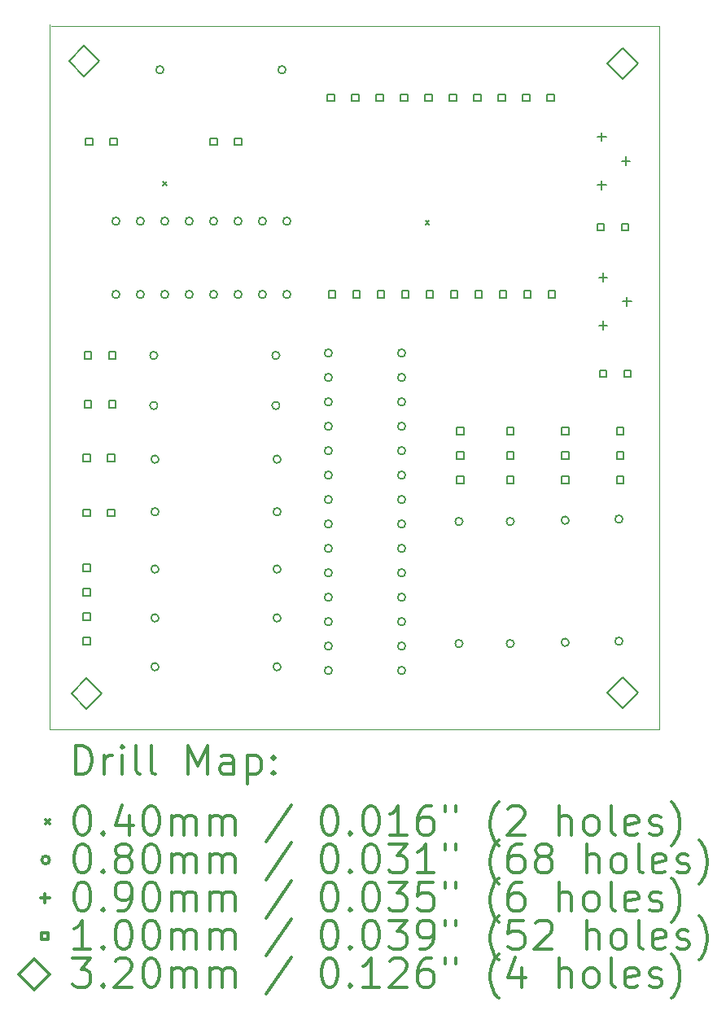
<source format=gbr>
%FSLAX45Y45*%
G04 Gerber Fmt 4.5, Leading zero omitted, Abs format (unit mm)*
G04 Created by KiCad (PCBNEW 4.0.6) date Fri Jul 14 14:02:17 2017*
%MOMM*%
%LPD*%
G01*
G04 APERTURE LIST*
%ADD10C,0.127000*%
%ADD11C,0.100000*%
%ADD12C,0.200000*%
%ADD13C,0.300000*%
G04 APERTURE END LIST*
D10*
D11*
X1270000Y-8572500D02*
X1270000Y-1244600D01*
X7607300Y-8572500D02*
X1270000Y-8572500D01*
X7607300Y-1257300D02*
X7607300Y-8572500D01*
X1282700Y-1257300D02*
X7607300Y-1257300D01*
D12*
X2443800Y-2875600D02*
X2483800Y-2915600D01*
X2483800Y-2875600D02*
X2443800Y-2915600D01*
X5174300Y-3282000D02*
X5214300Y-3322000D01*
X5214300Y-3282000D02*
X5174300Y-3322000D01*
X1995800Y-3289300D02*
G75*
G03X1995800Y-3289300I-40000J0D01*
G01*
X1995800Y-4051300D02*
G75*
G03X1995800Y-4051300I-40000J0D01*
G01*
X2249800Y-3289300D02*
G75*
G03X2249800Y-3289300I-40000J0D01*
G01*
X2249800Y-4051300D02*
G75*
G03X2249800Y-4051300I-40000J0D01*
G01*
X2389500Y-4686300D02*
G75*
G03X2389500Y-4686300I-40000J0D01*
G01*
X2389500Y-5207000D02*
G75*
G03X2389500Y-5207000I-40000J0D01*
G01*
X2402200Y-5765800D02*
G75*
G03X2402200Y-5765800I-40000J0D01*
G01*
X2402200Y-6311900D02*
G75*
G03X2402200Y-6311900I-40000J0D01*
G01*
X2402200Y-6908800D02*
G75*
G03X2402200Y-6908800I-40000J0D01*
G01*
X2402200Y-7416800D02*
G75*
G03X2402200Y-7416800I-40000J0D01*
G01*
X2402200Y-7924800D02*
G75*
G03X2402200Y-7924800I-40000J0D01*
G01*
X2453000Y-1714500D02*
G75*
G03X2453000Y-1714500I-40000J0D01*
G01*
X2503800Y-3289300D02*
G75*
G03X2503800Y-3289300I-40000J0D01*
G01*
X2503800Y-4051300D02*
G75*
G03X2503800Y-4051300I-40000J0D01*
G01*
X2757800Y-3289300D02*
G75*
G03X2757800Y-3289300I-40000J0D01*
G01*
X2757800Y-4051300D02*
G75*
G03X2757800Y-4051300I-40000J0D01*
G01*
X3011800Y-3289300D02*
G75*
G03X3011800Y-3289300I-40000J0D01*
G01*
X3011800Y-4051300D02*
G75*
G03X3011800Y-4051300I-40000J0D01*
G01*
X3265800Y-3289300D02*
G75*
G03X3265800Y-3289300I-40000J0D01*
G01*
X3265800Y-4051300D02*
G75*
G03X3265800Y-4051300I-40000J0D01*
G01*
X3519800Y-3289300D02*
G75*
G03X3519800Y-3289300I-40000J0D01*
G01*
X3519800Y-4051300D02*
G75*
G03X3519800Y-4051300I-40000J0D01*
G01*
X3659500Y-4686300D02*
G75*
G03X3659500Y-4686300I-40000J0D01*
G01*
X3659500Y-5207000D02*
G75*
G03X3659500Y-5207000I-40000J0D01*
G01*
X3672200Y-5765800D02*
G75*
G03X3672200Y-5765800I-40000J0D01*
G01*
X3672200Y-6311900D02*
G75*
G03X3672200Y-6311900I-40000J0D01*
G01*
X3672200Y-6908800D02*
G75*
G03X3672200Y-6908800I-40000J0D01*
G01*
X3672200Y-7416800D02*
G75*
G03X3672200Y-7416800I-40000J0D01*
G01*
X3672200Y-7924800D02*
G75*
G03X3672200Y-7924800I-40000J0D01*
G01*
X3723000Y-1714500D02*
G75*
G03X3723000Y-1714500I-40000J0D01*
G01*
X3773800Y-3289300D02*
G75*
G03X3773800Y-3289300I-40000J0D01*
G01*
X3773800Y-4051300D02*
G75*
G03X3773800Y-4051300I-40000J0D01*
G01*
X4205600Y-4660900D02*
G75*
G03X4205600Y-4660900I-40000J0D01*
G01*
X4205600Y-4914900D02*
G75*
G03X4205600Y-4914900I-40000J0D01*
G01*
X4205600Y-5168900D02*
G75*
G03X4205600Y-5168900I-40000J0D01*
G01*
X4205600Y-5422900D02*
G75*
G03X4205600Y-5422900I-40000J0D01*
G01*
X4205600Y-5676900D02*
G75*
G03X4205600Y-5676900I-40000J0D01*
G01*
X4205600Y-5930900D02*
G75*
G03X4205600Y-5930900I-40000J0D01*
G01*
X4205600Y-6184900D02*
G75*
G03X4205600Y-6184900I-40000J0D01*
G01*
X4205600Y-6438900D02*
G75*
G03X4205600Y-6438900I-40000J0D01*
G01*
X4205600Y-6692900D02*
G75*
G03X4205600Y-6692900I-40000J0D01*
G01*
X4205600Y-6946900D02*
G75*
G03X4205600Y-6946900I-40000J0D01*
G01*
X4205600Y-7200900D02*
G75*
G03X4205600Y-7200900I-40000J0D01*
G01*
X4205600Y-7454900D02*
G75*
G03X4205600Y-7454900I-40000J0D01*
G01*
X4205600Y-7708900D02*
G75*
G03X4205600Y-7708900I-40000J0D01*
G01*
X4205600Y-7962900D02*
G75*
G03X4205600Y-7962900I-40000J0D01*
G01*
X4967600Y-4660900D02*
G75*
G03X4967600Y-4660900I-40000J0D01*
G01*
X4967600Y-4914900D02*
G75*
G03X4967600Y-4914900I-40000J0D01*
G01*
X4967600Y-5168900D02*
G75*
G03X4967600Y-5168900I-40000J0D01*
G01*
X4967600Y-5422900D02*
G75*
G03X4967600Y-5422900I-40000J0D01*
G01*
X4967600Y-5676900D02*
G75*
G03X4967600Y-5676900I-40000J0D01*
G01*
X4967600Y-5930900D02*
G75*
G03X4967600Y-5930900I-40000J0D01*
G01*
X4967600Y-6184900D02*
G75*
G03X4967600Y-6184900I-40000J0D01*
G01*
X4967600Y-6438900D02*
G75*
G03X4967600Y-6438900I-40000J0D01*
G01*
X4967600Y-6692900D02*
G75*
G03X4967600Y-6692900I-40000J0D01*
G01*
X4967600Y-6946900D02*
G75*
G03X4967600Y-6946900I-40000J0D01*
G01*
X4967600Y-7200900D02*
G75*
G03X4967600Y-7200900I-40000J0D01*
G01*
X4967600Y-7454900D02*
G75*
G03X4967600Y-7454900I-40000J0D01*
G01*
X4967600Y-7708900D02*
G75*
G03X4967600Y-7708900I-40000J0D01*
G01*
X4967600Y-7962900D02*
G75*
G03X4967600Y-7962900I-40000J0D01*
G01*
X5564500Y-6413500D02*
G75*
G03X5564500Y-6413500I-40000J0D01*
G01*
X5564500Y-7683500D02*
G75*
G03X5564500Y-7683500I-40000J0D01*
G01*
X6097900Y-6413500D02*
G75*
G03X6097900Y-6413500I-40000J0D01*
G01*
X6097900Y-7683500D02*
G75*
G03X6097900Y-7683500I-40000J0D01*
G01*
X6669400Y-6400800D02*
G75*
G03X6669400Y-6400800I-40000J0D01*
G01*
X6669400Y-7670800D02*
G75*
G03X6669400Y-7670800I-40000J0D01*
G01*
X7228200Y-6388100D02*
G75*
G03X7228200Y-6388100I-40000J0D01*
G01*
X7228200Y-7658100D02*
G75*
G03X7228200Y-7658100I-40000J0D01*
G01*
X7010400Y-2368000D02*
X7010400Y-2458000D01*
X6965400Y-2413000D02*
X7055400Y-2413000D01*
X7010400Y-2868000D02*
X7010400Y-2958000D01*
X6965400Y-2913000D02*
X7055400Y-2913000D01*
X7023100Y-3828500D02*
X7023100Y-3918500D01*
X6978100Y-3873500D02*
X7068100Y-3873500D01*
X7023100Y-4328500D02*
X7023100Y-4418500D01*
X6978100Y-4373500D02*
X7068100Y-4373500D01*
X7260400Y-2618000D02*
X7260400Y-2708000D01*
X7215400Y-2663000D02*
X7305400Y-2663000D01*
X7273100Y-4078500D02*
X7273100Y-4168500D01*
X7228100Y-4123500D02*
X7318100Y-4123500D01*
X1686356Y-5788456D02*
X1686356Y-5717744D01*
X1615644Y-5717744D01*
X1615644Y-5788456D01*
X1686356Y-5788456D01*
X1686356Y-6359956D02*
X1686356Y-6289244D01*
X1615644Y-6289244D01*
X1615644Y-6359956D01*
X1686356Y-6359956D01*
X1686356Y-6931456D02*
X1686356Y-6860744D01*
X1615644Y-6860744D01*
X1615644Y-6931456D01*
X1686356Y-6931456D01*
X1686356Y-7185456D02*
X1686356Y-7114744D01*
X1615644Y-7114744D01*
X1615644Y-7185456D01*
X1686356Y-7185456D01*
X1686356Y-7439456D02*
X1686356Y-7368744D01*
X1615644Y-7368744D01*
X1615644Y-7439456D01*
X1686356Y-7439456D01*
X1686356Y-7693456D02*
X1686356Y-7622744D01*
X1615644Y-7622744D01*
X1615644Y-7693456D01*
X1686356Y-7693456D01*
X1699056Y-4721656D02*
X1699056Y-4650944D01*
X1628344Y-4650944D01*
X1628344Y-4721656D01*
X1699056Y-4721656D01*
X1699056Y-5229656D02*
X1699056Y-5158944D01*
X1628344Y-5158944D01*
X1628344Y-5229656D01*
X1699056Y-5229656D01*
X1711756Y-2499156D02*
X1711756Y-2428444D01*
X1641044Y-2428444D01*
X1641044Y-2499156D01*
X1711756Y-2499156D01*
X1940356Y-5788456D02*
X1940356Y-5717744D01*
X1869644Y-5717744D01*
X1869644Y-5788456D01*
X1940356Y-5788456D01*
X1940356Y-6359956D02*
X1940356Y-6289244D01*
X1869644Y-6289244D01*
X1869644Y-6359956D01*
X1940356Y-6359956D01*
X1953056Y-4721656D02*
X1953056Y-4650944D01*
X1882344Y-4650944D01*
X1882344Y-4721656D01*
X1953056Y-4721656D01*
X1953056Y-5229656D02*
X1953056Y-5158944D01*
X1882344Y-5158944D01*
X1882344Y-5229656D01*
X1953056Y-5229656D01*
X1965756Y-2499156D02*
X1965756Y-2428444D01*
X1895044Y-2428444D01*
X1895044Y-2499156D01*
X1965756Y-2499156D01*
X3007156Y-2499156D02*
X3007156Y-2428444D01*
X2936444Y-2428444D01*
X2936444Y-2499156D01*
X3007156Y-2499156D01*
X3261156Y-2499156D02*
X3261156Y-2428444D01*
X3190444Y-2428444D01*
X3190444Y-2499156D01*
X3261156Y-2499156D01*
X4226356Y-2041956D02*
X4226356Y-1971244D01*
X4155644Y-1971244D01*
X4155644Y-2041956D01*
X4226356Y-2041956D01*
X4239056Y-4086656D02*
X4239056Y-4015944D01*
X4168344Y-4015944D01*
X4168344Y-4086656D01*
X4239056Y-4086656D01*
X4480356Y-2041956D02*
X4480356Y-1971244D01*
X4409644Y-1971244D01*
X4409644Y-2041956D01*
X4480356Y-2041956D01*
X4493056Y-4086656D02*
X4493056Y-4015944D01*
X4422344Y-4015944D01*
X4422344Y-4086656D01*
X4493056Y-4086656D01*
X4734356Y-2041956D02*
X4734356Y-1971244D01*
X4663644Y-1971244D01*
X4663644Y-2041956D01*
X4734356Y-2041956D01*
X4747056Y-4086656D02*
X4747056Y-4015944D01*
X4676344Y-4015944D01*
X4676344Y-4086656D01*
X4747056Y-4086656D01*
X4988356Y-2041956D02*
X4988356Y-1971244D01*
X4917644Y-1971244D01*
X4917644Y-2041956D01*
X4988356Y-2041956D01*
X5001056Y-4086656D02*
X5001056Y-4015944D01*
X4930344Y-4015944D01*
X4930344Y-4086656D01*
X5001056Y-4086656D01*
X5242356Y-2041956D02*
X5242356Y-1971244D01*
X5171644Y-1971244D01*
X5171644Y-2041956D01*
X5242356Y-2041956D01*
X5255056Y-4086656D02*
X5255056Y-4015944D01*
X5184344Y-4015944D01*
X5184344Y-4086656D01*
X5255056Y-4086656D01*
X5496356Y-2041956D02*
X5496356Y-1971244D01*
X5425644Y-1971244D01*
X5425644Y-2041956D01*
X5496356Y-2041956D01*
X5509056Y-4086656D02*
X5509056Y-4015944D01*
X5438344Y-4015944D01*
X5438344Y-4086656D01*
X5509056Y-4086656D01*
X5572556Y-5509056D02*
X5572556Y-5438344D01*
X5501844Y-5438344D01*
X5501844Y-5509056D01*
X5572556Y-5509056D01*
X5572556Y-5763056D02*
X5572556Y-5692344D01*
X5501844Y-5692344D01*
X5501844Y-5763056D01*
X5572556Y-5763056D01*
X5572556Y-6017056D02*
X5572556Y-5946344D01*
X5501844Y-5946344D01*
X5501844Y-6017056D01*
X5572556Y-6017056D01*
X5750356Y-2041956D02*
X5750356Y-1971244D01*
X5679644Y-1971244D01*
X5679644Y-2041956D01*
X5750356Y-2041956D01*
X5763056Y-4086656D02*
X5763056Y-4015944D01*
X5692344Y-4015944D01*
X5692344Y-4086656D01*
X5763056Y-4086656D01*
X6004356Y-2041956D02*
X6004356Y-1971244D01*
X5933644Y-1971244D01*
X5933644Y-2041956D01*
X6004356Y-2041956D01*
X6017056Y-4086656D02*
X6017056Y-4015944D01*
X5946344Y-4015944D01*
X5946344Y-4086656D01*
X6017056Y-4086656D01*
X6093256Y-5509056D02*
X6093256Y-5438344D01*
X6022544Y-5438344D01*
X6022544Y-5509056D01*
X6093256Y-5509056D01*
X6093256Y-5763056D02*
X6093256Y-5692344D01*
X6022544Y-5692344D01*
X6022544Y-5763056D01*
X6093256Y-5763056D01*
X6093256Y-6017056D02*
X6093256Y-5946344D01*
X6022544Y-5946344D01*
X6022544Y-6017056D01*
X6093256Y-6017056D01*
X6258356Y-2041956D02*
X6258356Y-1971244D01*
X6187644Y-1971244D01*
X6187644Y-2041956D01*
X6258356Y-2041956D01*
X6271056Y-4086656D02*
X6271056Y-4015944D01*
X6200344Y-4015944D01*
X6200344Y-4086656D01*
X6271056Y-4086656D01*
X6512356Y-2041956D02*
X6512356Y-1971244D01*
X6441644Y-1971244D01*
X6441644Y-2041956D01*
X6512356Y-2041956D01*
X6525056Y-4086656D02*
X6525056Y-4015944D01*
X6454344Y-4015944D01*
X6454344Y-4086656D01*
X6525056Y-4086656D01*
X6664756Y-5509056D02*
X6664756Y-5438344D01*
X6594044Y-5438344D01*
X6594044Y-5509056D01*
X6664756Y-5509056D01*
X6664756Y-5763056D02*
X6664756Y-5692344D01*
X6594044Y-5692344D01*
X6594044Y-5763056D01*
X6664756Y-5763056D01*
X6664756Y-6017056D02*
X6664756Y-5946344D01*
X6594044Y-5946344D01*
X6594044Y-6017056D01*
X6664756Y-6017056D01*
X7033056Y-3388156D02*
X7033056Y-3317444D01*
X6962344Y-3317444D01*
X6962344Y-3388156D01*
X7033056Y-3388156D01*
X7058456Y-4912156D02*
X7058456Y-4841444D01*
X6987744Y-4841444D01*
X6987744Y-4912156D01*
X7058456Y-4912156D01*
X7236256Y-5509056D02*
X7236256Y-5438344D01*
X7165544Y-5438344D01*
X7165544Y-5509056D01*
X7236256Y-5509056D01*
X7236256Y-5763056D02*
X7236256Y-5692344D01*
X7165544Y-5692344D01*
X7165544Y-5763056D01*
X7236256Y-5763056D01*
X7236256Y-6017056D02*
X7236256Y-5946344D01*
X7165544Y-5946344D01*
X7165544Y-6017056D01*
X7236256Y-6017056D01*
X7287056Y-3388156D02*
X7287056Y-3317444D01*
X7216344Y-3317444D01*
X7216344Y-3388156D01*
X7287056Y-3388156D01*
X7312456Y-4912156D02*
X7312456Y-4841444D01*
X7241744Y-4841444D01*
X7241744Y-4912156D01*
X7312456Y-4912156D01*
X1625600Y-1785600D02*
X1785600Y-1625600D01*
X1625600Y-1465600D01*
X1465600Y-1625600D01*
X1625600Y-1785600D01*
X1651000Y-8364200D02*
X1811000Y-8204200D01*
X1651000Y-8044200D01*
X1491000Y-8204200D01*
X1651000Y-8364200D01*
X7226300Y-1811000D02*
X7386300Y-1651000D01*
X7226300Y-1491000D01*
X7066300Y-1651000D01*
X7226300Y-1811000D01*
X7226300Y-8351500D02*
X7386300Y-8191500D01*
X7226300Y-8031500D01*
X7066300Y-8191500D01*
X7226300Y-8351500D01*
D13*
X1536428Y-9043214D02*
X1536428Y-8743214D01*
X1607857Y-8743214D01*
X1650714Y-8757500D01*
X1679286Y-8786072D01*
X1693571Y-8814643D01*
X1707857Y-8871786D01*
X1707857Y-8914643D01*
X1693571Y-8971786D01*
X1679286Y-9000357D01*
X1650714Y-9028929D01*
X1607857Y-9043214D01*
X1536428Y-9043214D01*
X1836428Y-9043214D02*
X1836428Y-8843214D01*
X1836428Y-8900357D02*
X1850714Y-8871786D01*
X1865000Y-8857500D01*
X1893571Y-8843214D01*
X1922143Y-8843214D01*
X2022143Y-9043214D02*
X2022143Y-8843214D01*
X2022143Y-8743214D02*
X2007857Y-8757500D01*
X2022143Y-8771786D01*
X2036428Y-8757500D01*
X2022143Y-8743214D01*
X2022143Y-8771786D01*
X2207857Y-9043214D02*
X2179286Y-9028929D01*
X2165000Y-9000357D01*
X2165000Y-8743214D01*
X2365000Y-9043214D02*
X2336429Y-9028929D01*
X2322143Y-9000357D01*
X2322143Y-8743214D01*
X2707857Y-9043214D02*
X2707857Y-8743214D01*
X2807857Y-8957500D01*
X2907857Y-8743214D01*
X2907857Y-9043214D01*
X3179286Y-9043214D02*
X3179286Y-8886072D01*
X3165000Y-8857500D01*
X3136428Y-8843214D01*
X3079286Y-8843214D01*
X3050714Y-8857500D01*
X3179286Y-9028929D02*
X3150714Y-9043214D01*
X3079286Y-9043214D01*
X3050714Y-9028929D01*
X3036428Y-9000357D01*
X3036428Y-8971786D01*
X3050714Y-8943214D01*
X3079286Y-8928929D01*
X3150714Y-8928929D01*
X3179286Y-8914643D01*
X3322143Y-8843214D02*
X3322143Y-9143214D01*
X3322143Y-8857500D02*
X3350714Y-8843214D01*
X3407857Y-8843214D01*
X3436428Y-8857500D01*
X3450714Y-8871786D01*
X3465000Y-8900357D01*
X3465000Y-8986072D01*
X3450714Y-9014643D01*
X3436428Y-9028929D01*
X3407857Y-9043214D01*
X3350714Y-9043214D01*
X3322143Y-9028929D01*
X3593571Y-9014643D02*
X3607857Y-9028929D01*
X3593571Y-9043214D01*
X3579286Y-9028929D01*
X3593571Y-9014643D01*
X3593571Y-9043214D01*
X3593571Y-8857500D02*
X3607857Y-8871786D01*
X3593571Y-8886072D01*
X3579286Y-8871786D01*
X3593571Y-8857500D01*
X3593571Y-8886072D01*
X1225000Y-9517500D02*
X1265000Y-9557500D01*
X1265000Y-9517500D02*
X1225000Y-9557500D01*
X1593571Y-9373214D02*
X1622143Y-9373214D01*
X1650714Y-9387500D01*
X1665000Y-9401786D01*
X1679286Y-9430357D01*
X1693571Y-9487500D01*
X1693571Y-9558929D01*
X1679286Y-9616072D01*
X1665000Y-9644643D01*
X1650714Y-9658929D01*
X1622143Y-9673214D01*
X1593571Y-9673214D01*
X1565000Y-9658929D01*
X1550714Y-9644643D01*
X1536428Y-9616072D01*
X1522143Y-9558929D01*
X1522143Y-9487500D01*
X1536428Y-9430357D01*
X1550714Y-9401786D01*
X1565000Y-9387500D01*
X1593571Y-9373214D01*
X1822143Y-9644643D02*
X1836428Y-9658929D01*
X1822143Y-9673214D01*
X1807857Y-9658929D01*
X1822143Y-9644643D01*
X1822143Y-9673214D01*
X2093571Y-9473214D02*
X2093571Y-9673214D01*
X2022143Y-9358929D02*
X1950714Y-9573214D01*
X2136428Y-9573214D01*
X2307857Y-9373214D02*
X2336429Y-9373214D01*
X2365000Y-9387500D01*
X2379286Y-9401786D01*
X2393571Y-9430357D01*
X2407857Y-9487500D01*
X2407857Y-9558929D01*
X2393571Y-9616072D01*
X2379286Y-9644643D01*
X2365000Y-9658929D01*
X2336429Y-9673214D01*
X2307857Y-9673214D01*
X2279286Y-9658929D01*
X2265000Y-9644643D01*
X2250714Y-9616072D01*
X2236429Y-9558929D01*
X2236429Y-9487500D01*
X2250714Y-9430357D01*
X2265000Y-9401786D01*
X2279286Y-9387500D01*
X2307857Y-9373214D01*
X2536429Y-9673214D02*
X2536429Y-9473214D01*
X2536429Y-9501786D02*
X2550714Y-9487500D01*
X2579286Y-9473214D01*
X2622143Y-9473214D01*
X2650714Y-9487500D01*
X2665000Y-9516072D01*
X2665000Y-9673214D01*
X2665000Y-9516072D02*
X2679286Y-9487500D01*
X2707857Y-9473214D01*
X2750714Y-9473214D01*
X2779286Y-9487500D01*
X2793571Y-9516072D01*
X2793571Y-9673214D01*
X2936428Y-9673214D02*
X2936428Y-9473214D01*
X2936428Y-9501786D02*
X2950714Y-9487500D01*
X2979286Y-9473214D01*
X3022143Y-9473214D01*
X3050714Y-9487500D01*
X3065000Y-9516072D01*
X3065000Y-9673214D01*
X3065000Y-9516072D02*
X3079286Y-9487500D01*
X3107857Y-9473214D01*
X3150714Y-9473214D01*
X3179286Y-9487500D01*
X3193571Y-9516072D01*
X3193571Y-9673214D01*
X3779286Y-9358929D02*
X3522143Y-9744643D01*
X4165000Y-9373214D02*
X4193571Y-9373214D01*
X4222143Y-9387500D01*
X4236428Y-9401786D01*
X4250714Y-9430357D01*
X4265000Y-9487500D01*
X4265000Y-9558929D01*
X4250714Y-9616072D01*
X4236428Y-9644643D01*
X4222143Y-9658929D01*
X4193571Y-9673214D01*
X4165000Y-9673214D01*
X4136428Y-9658929D01*
X4122143Y-9644643D01*
X4107857Y-9616072D01*
X4093571Y-9558929D01*
X4093571Y-9487500D01*
X4107857Y-9430357D01*
X4122143Y-9401786D01*
X4136428Y-9387500D01*
X4165000Y-9373214D01*
X4393571Y-9644643D02*
X4407857Y-9658929D01*
X4393571Y-9673214D01*
X4379286Y-9658929D01*
X4393571Y-9644643D01*
X4393571Y-9673214D01*
X4593571Y-9373214D02*
X4622143Y-9373214D01*
X4650714Y-9387500D01*
X4665000Y-9401786D01*
X4679286Y-9430357D01*
X4693571Y-9487500D01*
X4693571Y-9558929D01*
X4679286Y-9616072D01*
X4665000Y-9644643D01*
X4650714Y-9658929D01*
X4622143Y-9673214D01*
X4593571Y-9673214D01*
X4565000Y-9658929D01*
X4550714Y-9644643D01*
X4536428Y-9616072D01*
X4522143Y-9558929D01*
X4522143Y-9487500D01*
X4536428Y-9430357D01*
X4550714Y-9401786D01*
X4565000Y-9387500D01*
X4593571Y-9373214D01*
X4979286Y-9673214D02*
X4807857Y-9673214D01*
X4893571Y-9673214D02*
X4893571Y-9373214D01*
X4865000Y-9416072D01*
X4836428Y-9444643D01*
X4807857Y-9458929D01*
X5236428Y-9373214D02*
X5179286Y-9373214D01*
X5150714Y-9387500D01*
X5136428Y-9401786D01*
X5107857Y-9444643D01*
X5093571Y-9501786D01*
X5093571Y-9616072D01*
X5107857Y-9644643D01*
X5122143Y-9658929D01*
X5150714Y-9673214D01*
X5207857Y-9673214D01*
X5236428Y-9658929D01*
X5250714Y-9644643D01*
X5265000Y-9616072D01*
X5265000Y-9544643D01*
X5250714Y-9516072D01*
X5236428Y-9501786D01*
X5207857Y-9487500D01*
X5150714Y-9487500D01*
X5122143Y-9501786D01*
X5107857Y-9516072D01*
X5093571Y-9544643D01*
X5379286Y-9373214D02*
X5379286Y-9430357D01*
X5493571Y-9373214D02*
X5493571Y-9430357D01*
X5936428Y-9787500D02*
X5922143Y-9773214D01*
X5893571Y-9730357D01*
X5879285Y-9701786D01*
X5865000Y-9658929D01*
X5850714Y-9587500D01*
X5850714Y-9530357D01*
X5865000Y-9458929D01*
X5879285Y-9416072D01*
X5893571Y-9387500D01*
X5922143Y-9344643D01*
X5936428Y-9330357D01*
X6036428Y-9401786D02*
X6050714Y-9387500D01*
X6079285Y-9373214D01*
X6150714Y-9373214D01*
X6179285Y-9387500D01*
X6193571Y-9401786D01*
X6207857Y-9430357D01*
X6207857Y-9458929D01*
X6193571Y-9501786D01*
X6022143Y-9673214D01*
X6207857Y-9673214D01*
X6565000Y-9673214D02*
X6565000Y-9373214D01*
X6693571Y-9673214D02*
X6693571Y-9516072D01*
X6679285Y-9487500D01*
X6650714Y-9473214D01*
X6607857Y-9473214D01*
X6579285Y-9487500D01*
X6565000Y-9501786D01*
X6879285Y-9673214D02*
X6850714Y-9658929D01*
X6836428Y-9644643D01*
X6822143Y-9616072D01*
X6822143Y-9530357D01*
X6836428Y-9501786D01*
X6850714Y-9487500D01*
X6879285Y-9473214D01*
X6922143Y-9473214D01*
X6950714Y-9487500D01*
X6965000Y-9501786D01*
X6979285Y-9530357D01*
X6979285Y-9616072D01*
X6965000Y-9644643D01*
X6950714Y-9658929D01*
X6922143Y-9673214D01*
X6879285Y-9673214D01*
X7150714Y-9673214D02*
X7122143Y-9658929D01*
X7107857Y-9630357D01*
X7107857Y-9373214D01*
X7379286Y-9658929D02*
X7350714Y-9673214D01*
X7293571Y-9673214D01*
X7265000Y-9658929D01*
X7250714Y-9630357D01*
X7250714Y-9516072D01*
X7265000Y-9487500D01*
X7293571Y-9473214D01*
X7350714Y-9473214D01*
X7379286Y-9487500D01*
X7393571Y-9516072D01*
X7393571Y-9544643D01*
X7250714Y-9573214D01*
X7507857Y-9658929D02*
X7536428Y-9673214D01*
X7593571Y-9673214D01*
X7622143Y-9658929D01*
X7636428Y-9630357D01*
X7636428Y-9616072D01*
X7622143Y-9587500D01*
X7593571Y-9573214D01*
X7550714Y-9573214D01*
X7522143Y-9558929D01*
X7507857Y-9530357D01*
X7507857Y-9516072D01*
X7522143Y-9487500D01*
X7550714Y-9473214D01*
X7593571Y-9473214D01*
X7622143Y-9487500D01*
X7736428Y-9787500D02*
X7750714Y-9773214D01*
X7779286Y-9730357D01*
X7793571Y-9701786D01*
X7807857Y-9658929D01*
X7822143Y-9587500D01*
X7822143Y-9530357D01*
X7807857Y-9458929D01*
X7793571Y-9416072D01*
X7779286Y-9387500D01*
X7750714Y-9344643D01*
X7736428Y-9330357D01*
X1265000Y-9933500D02*
G75*
G03X1265000Y-9933500I-40000J0D01*
G01*
X1593571Y-9769214D02*
X1622143Y-9769214D01*
X1650714Y-9783500D01*
X1665000Y-9797786D01*
X1679286Y-9826357D01*
X1693571Y-9883500D01*
X1693571Y-9954929D01*
X1679286Y-10012072D01*
X1665000Y-10040643D01*
X1650714Y-10054929D01*
X1622143Y-10069214D01*
X1593571Y-10069214D01*
X1565000Y-10054929D01*
X1550714Y-10040643D01*
X1536428Y-10012072D01*
X1522143Y-9954929D01*
X1522143Y-9883500D01*
X1536428Y-9826357D01*
X1550714Y-9797786D01*
X1565000Y-9783500D01*
X1593571Y-9769214D01*
X1822143Y-10040643D02*
X1836428Y-10054929D01*
X1822143Y-10069214D01*
X1807857Y-10054929D01*
X1822143Y-10040643D01*
X1822143Y-10069214D01*
X2007857Y-9897786D02*
X1979286Y-9883500D01*
X1965000Y-9869214D01*
X1950714Y-9840643D01*
X1950714Y-9826357D01*
X1965000Y-9797786D01*
X1979286Y-9783500D01*
X2007857Y-9769214D01*
X2065000Y-9769214D01*
X2093571Y-9783500D01*
X2107857Y-9797786D01*
X2122143Y-9826357D01*
X2122143Y-9840643D01*
X2107857Y-9869214D01*
X2093571Y-9883500D01*
X2065000Y-9897786D01*
X2007857Y-9897786D01*
X1979286Y-9912072D01*
X1965000Y-9926357D01*
X1950714Y-9954929D01*
X1950714Y-10012072D01*
X1965000Y-10040643D01*
X1979286Y-10054929D01*
X2007857Y-10069214D01*
X2065000Y-10069214D01*
X2093571Y-10054929D01*
X2107857Y-10040643D01*
X2122143Y-10012072D01*
X2122143Y-9954929D01*
X2107857Y-9926357D01*
X2093571Y-9912072D01*
X2065000Y-9897786D01*
X2307857Y-9769214D02*
X2336429Y-9769214D01*
X2365000Y-9783500D01*
X2379286Y-9797786D01*
X2393571Y-9826357D01*
X2407857Y-9883500D01*
X2407857Y-9954929D01*
X2393571Y-10012072D01*
X2379286Y-10040643D01*
X2365000Y-10054929D01*
X2336429Y-10069214D01*
X2307857Y-10069214D01*
X2279286Y-10054929D01*
X2265000Y-10040643D01*
X2250714Y-10012072D01*
X2236429Y-9954929D01*
X2236429Y-9883500D01*
X2250714Y-9826357D01*
X2265000Y-9797786D01*
X2279286Y-9783500D01*
X2307857Y-9769214D01*
X2536429Y-10069214D02*
X2536429Y-9869214D01*
X2536429Y-9897786D02*
X2550714Y-9883500D01*
X2579286Y-9869214D01*
X2622143Y-9869214D01*
X2650714Y-9883500D01*
X2665000Y-9912072D01*
X2665000Y-10069214D01*
X2665000Y-9912072D02*
X2679286Y-9883500D01*
X2707857Y-9869214D01*
X2750714Y-9869214D01*
X2779286Y-9883500D01*
X2793571Y-9912072D01*
X2793571Y-10069214D01*
X2936428Y-10069214D02*
X2936428Y-9869214D01*
X2936428Y-9897786D02*
X2950714Y-9883500D01*
X2979286Y-9869214D01*
X3022143Y-9869214D01*
X3050714Y-9883500D01*
X3065000Y-9912072D01*
X3065000Y-10069214D01*
X3065000Y-9912072D02*
X3079286Y-9883500D01*
X3107857Y-9869214D01*
X3150714Y-9869214D01*
X3179286Y-9883500D01*
X3193571Y-9912072D01*
X3193571Y-10069214D01*
X3779286Y-9754929D02*
X3522143Y-10140643D01*
X4165000Y-9769214D02*
X4193571Y-9769214D01*
X4222143Y-9783500D01*
X4236428Y-9797786D01*
X4250714Y-9826357D01*
X4265000Y-9883500D01*
X4265000Y-9954929D01*
X4250714Y-10012072D01*
X4236428Y-10040643D01*
X4222143Y-10054929D01*
X4193571Y-10069214D01*
X4165000Y-10069214D01*
X4136428Y-10054929D01*
X4122143Y-10040643D01*
X4107857Y-10012072D01*
X4093571Y-9954929D01*
X4093571Y-9883500D01*
X4107857Y-9826357D01*
X4122143Y-9797786D01*
X4136428Y-9783500D01*
X4165000Y-9769214D01*
X4393571Y-10040643D02*
X4407857Y-10054929D01*
X4393571Y-10069214D01*
X4379286Y-10054929D01*
X4393571Y-10040643D01*
X4393571Y-10069214D01*
X4593571Y-9769214D02*
X4622143Y-9769214D01*
X4650714Y-9783500D01*
X4665000Y-9797786D01*
X4679286Y-9826357D01*
X4693571Y-9883500D01*
X4693571Y-9954929D01*
X4679286Y-10012072D01*
X4665000Y-10040643D01*
X4650714Y-10054929D01*
X4622143Y-10069214D01*
X4593571Y-10069214D01*
X4565000Y-10054929D01*
X4550714Y-10040643D01*
X4536428Y-10012072D01*
X4522143Y-9954929D01*
X4522143Y-9883500D01*
X4536428Y-9826357D01*
X4550714Y-9797786D01*
X4565000Y-9783500D01*
X4593571Y-9769214D01*
X4793571Y-9769214D02*
X4979286Y-9769214D01*
X4879286Y-9883500D01*
X4922143Y-9883500D01*
X4950714Y-9897786D01*
X4965000Y-9912072D01*
X4979286Y-9940643D01*
X4979286Y-10012072D01*
X4965000Y-10040643D01*
X4950714Y-10054929D01*
X4922143Y-10069214D01*
X4836428Y-10069214D01*
X4807857Y-10054929D01*
X4793571Y-10040643D01*
X5265000Y-10069214D02*
X5093571Y-10069214D01*
X5179286Y-10069214D02*
X5179286Y-9769214D01*
X5150714Y-9812072D01*
X5122143Y-9840643D01*
X5093571Y-9854929D01*
X5379286Y-9769214D02*
X5379286Y-9826357D01*
X5493571Y-9769214D02*
X5493571Y-9826357D01*
X5936428Y-10183500D02*
X5922143Y-10169214D01*
X5893571Y-10126357D01*
X5879285Y-10097786D01*
X5865000Y-10054929D01*
X5850714Y-9983500D01*
X5850714Y-9926357D01*
X5865000Y-9854929D01*
X5879285Y-9812072D01*
X5893571Y-9783500D01*
X5922143Y-9740643D01*
X5936428Y-9726357D01*
X6179285Y-9769214D02*
X6122143Y-9769214D01*
X6093571Y-9783500D01*
X6079285Y-9797786D01*
X6050714Y-9840643D01*
X6036428Y-9897786D01*
X6036428Y-10012072D01*
X6050714Y-10040643D01*
X6065000Y-10054929D01*
X6093571Y-10069214D01*
X6150714Y-10069214D01*
X6179285Y-10054929D01*
X6193571Y-10040643D01*
X6207857Y-10012072D01*
X6207857Y-9940643D01*
X6193571Y-9912072D01*
X6179285Y-9897786D01*
X6150714Y-9883500D01*
X6093571Y-9883500D01*
X6065000Y-9897786D01*
X6050714Y-9912072D01*
X6036428Y-9940643D01*
X6379285Y-9897786D02*
X6350714Y-9883500D01*
X6336428Y-9869214D01*
X6322143Y-9840643D01*
X6322143Y-9826357D01*
X6336428Y-9797786D01*
X6350714Y-9783500D01*
X6379285Y-9769214D01*
X6436428Y-9769214D01*
X6465000Y-9783500D01*
X6479285Y-9797786D01*
X6493571Y-9826357D01*
X6493571Y-9840643D01*
X6479285Y-9869214D01*
X6465000Y-9883500D01*
X6436428Y-9897786D01*
X6379285Y-9897786D01*
X6350714Y-9912072D01*
X6336428Y-9926357D01*
X6322143Y-9954929D01*
X6322143Y-10012072D01*
X6336428Y-10040643D01*
X6350714Y-10054929D01*
X6379285Y-10069214D01*
X6436428Y-10069214D01*
X6465000Y-10054929D01*
X6479285Y-10040643D01*
X6493571Y-10012072D01*
X6493571Y-9954929D01*
X6479285Y-9926357D01*
X6465000Y-9912072D01*
X6436428Y-9897786D01*
X6850714Y-10069214D02*
X6850714Y-9769214D01*
X6979285Y-10069214D02*
X6979285Y-9912072D01*
X6965000Y-9883500D01*
X6936428Y-9869214D01*
X6893571Y-9869214D01*
X6865000Y-9883500D01*
X6850714Y-9897786D01*
X7165000Y-10069214D02*
X7136428Y-10054929D01*
X7122143Y-10040643D01*
X7107857Y-10012072D01*
X7107857Y-9926357D01*
X7122143Y-9897786D01*
X7136428Y-9883500D01*
X7165000Y-9869214D01*
X7207857Y-9869214D01*
X7236428Y-9883500D01*
X7250714Y-9897786D01*
X7265000Y-9926357D01*
X7265000Y-10012072D01*
X7250714Y-10040643D01*
X7236428Y-10054929D01*
X7207857Y-10069214D01*
X7165000Y-10069214D01*
X7436428Y-10069214D02*
X7407857Y-10054929D01*
X7393571Y-10026357D01*
X7393571Y-9769214D01*
X7665000Y-10054929D02*
X7636428Y-10069214D01*
X7579286Y-10069214D01*
X7550714Y-10054929D01*
X7536428Y-10026357D01*
X7536428Y-9912072D01*
X7550714Y-9883500D01*
X7579286Y-9869214D01*
X7636428Y-9869214D01*
X7665000Y-9883500D01*
X7679286Y-9912072D01*
X7679286Y-9940643D01*
X7536428Y-9969214D01*
X7793571Y-10054929D02*
X7822143Y-10069214D01*
X7879286Y-10069214D01*
X7907857Y-10054929D01*
X7922143Y-10026357D01*
X7922143Y-10012072D01*
X7907857Y-9983500D01*
X7879286Y-9969214D01*
X7836428Y-9969214D01*
X7807857Y-9954929D01*
X7793571Y-9926357D01*
X7793571Y-9912072D01*
X7807857Y-9883500D01*
X7836428Y-9869214D01*
X7879286Y-9869214D01*
X7907857Y-9883500D01*
X8022143Y-10183500D02*
X8036428Y-10169214D01*
X8065000Y-10126357D01*
X8079286Y-10097786D01*
X8093571Y-10054929D01*
X8107857Y-9983500D01*
X8107857Y-9926357D01*
X8093571Y-9854929D01*
X8079286Y-9812072D01*
X8065000Y-9783500D01*
X8036428Y-9740643D01*
X8022143Y-9726357D01*
X1220000Y-10284500D02*
X1220000Y-10374500D01*
X1175000Y-10329500D02*
X1265000Y-10329500D01*
X1593571Y-10165214D02*
X1622143Y-10165214D01*
X1650714Y-10179500D01*
X1665000Y-10193786D01*
X1679286Y-10222357D01*
X1693571Y-10279500D01*
X1693571Y-10350929D01*
X1679286Y-10408072D01*
X1665000Y-10436643D01*
X1650714Y-10450929D01*
X1622143Y-10465214D01*
X1593571Y-10465214D01*
X1565000Y-10450929D01*
X1550714Y-10436643D01*
X1536428Y-10408072D01*
X1522143Y-10350929D01*
X1522143Y-10279500D01*
X1536428Y-10222357D01*
X1550714Y-10193786D01*
X1565000Y-10179500D01*
X1593571Y-10165214D01*
X1822143Y-10436643D02*
X1836428Y-10450929D01*
X1822143Y-10465214D01*
X1807857Y-10450929D01*
X1822143Y-10436643D01*
X1822143Y-10465214D01*
X1979286Y-10465214D02*
X2036428Y-10465214D01*
X2065000Y-10450929D01*
X2079286Y-10436643D01*
X2107857Y-10393786D01*
X2122143Y-10336643D01*
X2122143Y-10222357D01*
X2107857Y-10193786D01*
X2093571Y-10179500D01*
X2065000Y-10165214D01*
X2007857Y-10165214D01*
X1979286Y-10179500D01*
X1965000Y-10193786D01*
X1950714Y-10222357D01*
X1950714Y-10293786D01*
X1965000Y-10322357D01*
X1979286Y-10336643D01*
X2007857Y-10350929D01*
X2065000Y-10350929D01*
X2093571Y-10336643D01*
X2107857Y-10322357D01*
X2122143Y-10293786D01*
X2307857Y-10165214D02*
X2336429Y-10165214D01*
X2365000Y-10179500D01*
X2379286Y-10193786D01*
X2393571Y-10222357D01*
X2407857Y-10279500D01*
X2407857Y-10350929D01*
X2393571Y-10408072D01*
X2379286Y-10436643D01*
X2365000Y-10450929D01*
X2336429Y-10465214D01*
X2307857Y-10465214D01*
X2279286Y-10450929D01*
X2265000Y-10436643D01*
X2250714Y-10408072D01*
X2236429Y-10350929D01*
X2236429Y-10279500D01*
X2250714Y-10222357D01*
X2265000Y-10193786D01*
X2279286Y-10179500D01*
X2307857Y-10165214D01*
X2536429Y-10465214D02*
X2536429Y-10265214D01*
X2536429Y-10293786D02*
X2550714Y-10279500D01*
X2579286Y-10265214D01*
X2622143Y-10265214D01*
X2650714Y-10279500D01*
X2665000Y-10308072D01*
X2665000Y-10465214D01*
X2665000Y-10308072D02*
X2679286Y-10279500D01*
X2707857Y-10265214D01*
X2750714Y-10265214D01*
X2779286Y-10279500D01*
X2793571Y-10308072D01*
X2793571Y-10465214D01*
X2936428Y-10465214D02*
X2936428Y-10265214D01*
X2936428Y-10293786D02*
X2950714Y-10279500D01*
X2979286Y-10265214D01*
X3022143Y-10265214D01*
X3050714Y-10279500D01*
X3065000Y-10308072D01*
X3065000Y-10465214D01*
X3065000Y-10308072D02*
X3079286Y-10279500D01*
X3107857Y-10265214D01*
X3150714Y-10265214D01*
X3179286Y-10279500D01*
X3193571Y-10308072D01*
X3193571Y-10465214D01*
X3779286Y-10150929D02*
X3522143Y-10536643D01*
X4165000Y-10165214D02*
X4193571Y-10165214D01*
X4222143Y-10179500D01*
X4236428Y-10193786D01*
X4250714Y-10222357D01*
X4265000Y-10279500D01*
X4265000Y-10350929D01*
X4250714Y-10408072D01*
X4236428Y-10436643D01*
X4222143Y-10450929D01*
X4193571Y-10465214D01*
X4165000Y-10465214D01*
X4136428Y-10450929D01*
X4122143Y-10436643D01*
X4107857Y-10408072D01*
X4093571Y-10350929D01*
X4093571Y-10279500D01*
X4107857Y-10222357D01*
X4122143Y-10193786D01*
X4136428Y-10179500D01*
X4165000Y-10165214D01*
X4393571Y-10436643D02*
X4407857Y-10450929D01*
X4393571Y-10465214D01*
X4379286Y-10450929D01*
X4393571Y-10436643D01*
X4393571Y-10465214D01*
X4593571Y-10165214D02*
X4622143Y-10165214D01*
X4650714Y-10179500D01*
X4665000Y-10193786D01*
X4679286Y-10222357D01*
X4693571Y-10279500D01*
X4693571Y-10350929D01*
X4679286Y-10408072D01*
X4665000Y-10436643D01*
X4650714Y-10450929D01*
X4622143Y-10465214D01*
X4593571Y-10465214D01*
X4565000Y-10450929D01*
X4550714Y-10436643D01*
X4536428Y-10408072D01*
X4522143Y-10350929D01*
X4522143Y-10279500D01*
X4536428Y-10222357D01*
X4550714Y-10193786D01*
X4565000Y-10179500D01*
X4593571Y-10165214D01*
X4793571Y-10165214D02*
X4979286Y-10165214D01*
X4879286Y-10279500D01*
X4922143Y-10279500D01*
X4950714Y-10293786D01*
X4965000Y-10308072D01*
X4979286Y-10336643D01*
X4979286Y-10408072D01*
X4965000Y-10436643D01*
X4950714Y-10450929D01*
X4922143Y-10465214D01*
X4836428Y-10465214D01*
X4807857Y-10450929D01*
X4793571Y-10436643D01*
X5250714Y-10165214D02*
X5107857Y-10165214D01*
X5093571Y-10308072D01*
X5107857Y-10293786D01*
X5136428Y-10279500D01*
X5207857Y-10279500D01*
X5236428Y-10293786D01*
X5250714Y-10308072D01*
X5265000Y-10336643D01*
X5265000Y-10408072D01*
X5250714Y-10436643D01*
X5236428Y-10450929D01*
X5207857Y-10465214D01*
X5136428Y-10465214D01*
X5107857Y-10450929D01*
X5093571Y-10436643D01*
X5379286Y-10165214D02*
X5379286Y-10222357D01*
X5493571Y-10165214D02*
X5493571Y-10222357D01*
X5936428Y-10579500D02*
X5922143Y-10565214D01*
X5893571Y-10522357D01*
X5879285Y-10493786D01*
X5865000Y-10450929D01*
X5850714Y-10379500D01*
X5850714Y-10322357D01*
X5865000Y-10250929D01*
X5879285Y-10208072D01*
X5893571Y-10179500D01*
X5922143Y-10136643D01*
X5936428Y-10122357D01*
X6179285Y-10165214D02*
X6122143Y-10165214D01*
X6093571Y-10179500D01*
X6079285Y-10193786D01*
X6050714Y-10236643D01*
X6036428Y-10293786D01*
X6036428Y-10408072D01*
X6050714Y-10436643D01*
X6065000Y-10450929D01*
X6093571Y-10465214D01*
X6150714Y-10465214D01*
X6179285Y-10450929D01*
X6193571Y-10436643D01*
X6207857Y-10408072D01*
X6207857Y-10336643D01*
X6193571Y-10308072D01*
X6179285Y-10293786D01*
X6150714Y-10279500D01*
X6093571Y-10279500D01*
X6065000Y-10293786D01*
X6050714Y-10308072D01*
X6036428Y-10336643D01*
X6565000Y-10465214D02*
X6565000Y-10165214D01*
X6693571Y-10465214D02*
X6693571Y-10308072D01*
X6679285Y-10279500D01*
X6650714Y-10265214D01*
X6607857Y-10265214D01*
X6579285Y-10279500D01*
X6565000Y-10293786D01*
X6879285Y-10465214D02*
X6850714Y-10450929D01*
X6836428Y-10436643D01*
X6822143Y-10408072D01*
X6822143Y-10322357D01*
X6836428Y-10293786D01*
X6850714Y-10279500D01*
X6879285Y-10265214D01*
X6922143Y-10265214D01*
X6950714Y-10279500D01*
X6965000Y-10293786D01*
X6979285Y-10322357D01*
X6979285Y-10408072D01*
X6965000Y-10436643D01*
X6950714Y-10450929D01*
X6922143Y-10465214D01*
X6879285Y-10465214D01*
X7150714Y-10465214D02*
X7122143Y-10450929D01*
X7107857Y-10422357D01*
X7107857Y-10165214D01*
X7379286Y-10450929D02*
X7350714Y-10465214D01*
X7293571Y-10465214D01*
X7265000Y-10450929D01*
X7250714Y-10422357D01*
X7250714Y-10308072D01*
X7265000Y-10279500D01*
X7293571Y-10265214D01*
X7350714Y-10265214D01*
X7379286Y-10279500D01*
X7393571Y-10308072D01*
X7393571Y-10336643D01*
X7250714Y-10365214D01*
X7507857Y-10450929D02*
X7536428Y-10465214D01*
X7593571Y-10465214D01*
X7622143Y-10450929D01*
X7636428Y-10422357D01*
X7636428Y-10408072D01*
X7622143Y-10379500D01*
X7593571Y-10365214D01*
X7550714Y-10365214D01*
X7522143Y-10350929D01*
X7507857Y-10322357D01*
X7507857Y-10308072D01*
X7522143Y-10279500D01*
X7550714Y-10265214D01*
X7593571Y-10265214D01*
X7622143Y-10279500D01*
X7736428Y-10579500D02*
X7750714Y-10565214D01*
X7779286Y-10522357D01*
X7793571Y-10493786D01*
X7807857Y-10450929D01*
X7822143Y-10379500D01*
X7822143Y-10322357D01*
X7807857Y-10250929D01*
X7793571Y-10208072D01*
X7779286Y-10179500D01*
X7750714Y-10136643D01*
X7736428Y-10122357D01*
X1250356Y-10760856D02*
X1250356Y-10690144D01*
X1179644Y-10690144D01*
X1179644Y-10760856D01*
X1250356Y-10760856D01*
X1693571Y-10861214D02*
X1522143Y-10861214D01*
X1607857Y-10861214D02*
X1607857Y-10561214D01*
X1579286Y-10604072D01*
X1550714Y-10632643D01*
X1522143Y-10646929D01*
X1822143Y-10832643D02*
X1836428Y-10846929D01*
X1822143Y-10861214D01*
X1807857Y-10846929D01*
X1822143Y-10832643D01*
X1822143Y-10861214D01*
X2022143Y-10561214D02*
X2050714Y-10561214D01*
X2079286Y-10575500D01*
X2093571Y-10589786D01*
X2107857Y-10618357D01*
X2122143Y-10675500D01*
X2122143Y-10746929D01*
X2107857Y-10804072D01*
X2093571Y-10832643D01*
X2079286Y-10846929D01*
X2050714Y-10861214D01*
X2022143Y-10861214D01*
X1993571Y-10846929D01*
X1979286Y-10832643D01*
X1965000Y-10804072D01*
X1950714Y-10746929D01*
X1950714Y-10675500D01*
X1965000Y-10618357D01*
X1979286Y-10589786D01*
X1993571Y-10575500D01*
X2022143Y-10561214D01*
X2307857Y-10561214D02*
X2336429Y-10561214D01*
X2365000Y-10575500D01*
X2379286Y-10589786D01*
X2393571Y-10618357D01*
X2407857Y-10675500D01*
X2407857Y-10746929D01*
X2393571Y-10804072D01*
X2379286Y-10832643D01*
X2365000Y-10846929D01*
X2336429Y-10861214D01*
X2307857Y-10861214D01*
X2279286Y-10846929D01*
X2265000Y-10832643D01*
X2250714Y-10804072D01*
X2236429Y-10746929D01*
X2236429Y-10675500D01*
X2250714Y-10618357D01*
X2265000Y-10589786D01*
X2279286Y-10575500D01*
X2307857Y-10561214D01*
X2536429Y-10861214D02*
X2536429Y-10661214D01*
X2536429Y-10689786D02*
X2550714Y-10675500D01*
X2579286Y-10661214D01*
X2622143Y-10661214D01*
X2650714Y-10675500D01*
X2665000Y-10704072D01*
X2665000Y-10861214D01*
X2665000Y-10704072D02*
X2679286Y-10675500D01*
X2707857Y-10661214D01*
X2750714Y-10661214D01*
X2779286Y-10675500D01*
X2793571Y-10704072D01*
X2793571Y-10861214D01*
X2936428Y-10861214D02*
X2936428Y-10661214D01*
X2936428Y-10689786D02*
X2950714Y-10675500D01*
X2979286Y-10661214D01*
X3022143Y-10661214D01*
X3050714Y-10675500D01*
X3065000Y-10704072D01*
X3065000Y-10861214D01*
X3065000Y-10704072D02*
X3079286Y-10675500D01*
X3107857Y-10661214D01*
X3150714Y-10661214D01*
X3179286Y-10675500D01*
X3193571Y-10704072D01*
X3193571Y-10861214D01*
X3779286Y-10546929D02*
X3522143Y-10932643D01*
X4165000Y-10561214D02*
X4193571Y-10561214D01*
X4222143Y-10575500D01*
X4236428Y-10589786D01*
X4250714Y-10618357D01*
X4265000Y-10675500D01*
X4265000Y-10746929D01*
X4250714Y-10804072D01*
X4236428Y-10832643D01*
X4222143Y-10846929D01*
X4193571Y-10861214D01*
X4165000Y-10861214D01*
X4136428Y-10846929D01*
X4122143Y-10832643D01*
X4107857Y-10804072D01*
X4093571Y-10746929D01*
X4093571Y-10675500D01*
X4107857Y-10618357D01*
X4122143Y-10589786D01*
X4136428Y-10575500D01*
X4165000Y-10561214D01*
X4393571Y-10832643D02*
X4407857Y-10846929D01*
X4393571Y-10861214D01*
X4379286Y-10846929D01*
X4393571Y-10832643D01*
X4393571Y-10861214D01*
X4593571Y-10561214D02*
X4622143Y-10561214D01*
X4650714Y-10575500D01*
X4665000Y-10589786D01*
X4679286Y-10618357D01*
X4693571Y-10675500D01*
X4693571Y-10746929D01*
X4679286Y-10804072D01*
X4665000Y-10832643D01*
X4650714Y-10846929D01*
X4622143Y-10861214D01*
X4593571Y-10861214D01*
X4565000Y-10846929D01*
X4550714Y-10832643D01*
X4536428Y-10804072D01*
X4522143Y-10746929D01*
X4522143Y-10675500D01*
X4536428Y-10618357D01*
X4550714Y-10589786D01*
X4565000Y-10575500D01*
X4593571Y-10561214D01*
X4793571Y-10561214D02*
X4979286Y-10561214D01*
X4879286Y-10675500D01*
X4922143Y-10675500D01*
X4950714Y-10689786D01*
X4965000Y-10704072D01*
X4979286Y-10732643D01*
X4979286Y-10804072D01*
X4965000Y-10832643D01*
X4950714Y-10846929D01*
X4922143Y-10861214D01*
X4836428Y-10861214D01*
X4807857Y-10846929D01*
X4793571Y-10832643D01*
X5122143Y-10861214D02*
X5179286Y-10861214D01*
X5207857Y-10846929D01*
X5222143Y-10832643D01*
X5250714Y-10789786D01*
X5265000Y-10732643D01*
X5265000Y-10618357D01*
X5250714Y-10589786D01*
X5236428Y-10575500D01*
X5207857Y-10561214D01*
X5150714Y-10561214D01*
X5122143Y-10575500D01*
X5107857Y-10589786D01*
X5093571Y-10618357D01*
X5093571Y-10689786D01*
X5107857Y-10718357D01*
X5122143Y-10732643D01*
X5150714Y-10746929D01*
X5207857Y-10746929D01*
X5236428Y-10732643D01*
X5250714Y-10718357D01*
X5265000Y-10689786D01*
X5379286Y-10561214D02*
X5379286Y-10618357D01*
X5493571Y-10561214D02*
X5493571Y-10618357D01*
X5936428Y-10975500D02*
X5922143Y-10961214D01*
X5893571Y-10918357D01*
X5879285Y-10889786D01*
X5865000Y-10846929D01*
X5850714Y-10775500D01*
X5850714Y-10718357D01*
X5865000Y-10646929D01*
X5879285Y-10604072D01*
X5893571Y-10575500D01*
X5922143Y-10532643D01*
X5936428Y-10518357D01*
X6193571Y-10561214D02*
X6050714Y-10561214D01*
X6036428Y-10704072D01*
X6050714Y-10689786D01*
X6079285Y-10675500D01*
X6150714Y-10675500D01*
X6179285Y-10689786D01*
X6193571Y-10704072D01*
X6207857Y-10732643D01*
X6207857Y-10804072D01*
X6193571Y-10832643D01*
X6179285Y-10846929D01*
X6150714Y-10861214D01*
X6079285Y-10861214D01*
X6050714Y-10846929D01*
X6036428Y-10832643D01*
X6322143Y-10589786D02*
X6336428Y-10575500D01*
X6365000Y-10561214D01*
X6436428Y-10561214D01*
X6465000Y-10575500D01*
X6479285Y-10589786D01*
X6493571Y-10618357D01*
X6493571Y-10646929D01*
X6479285Y-10689786D01*
X6307857Y-10861214D01*
X6493571Y-10861214D01*
X6850714Y-10861214D02*
X6850714Y-10561214D01*
X6979285Y-10861214D02*
X6979285Y-10704072D01*
X6965000Y-10675500D01*
X6936428Y-10661214D01*
X6893571Y-10661214D01*
X6865000Y-10675500D01*
X6850714Y-10689786D01*
X7165000Y-10861214D02*
X7136428Y-10846929D01*
X7122143Y-10832643D01*
X7107857Y-10804072D01*
X7107857Y-10718357D01*
X7122143Y-10689786D01*
X7136428Y-10675500D01*
X7165000Y-10661214D01*
X7207857Y-10661214D01*
X7236428Y-10675500D01*
X7250714Y-10689786D01*
X7265000Y-10718357D01*
X7265000Y-10804072D01*
X7250714Y-10832643D01*
X7236428Y-10846929D01*
X7207857Y-10861214D01*
X7165000Y-10861214D01*
X7436428Y-10861214D02*
X7407857Y-10846929D01*
X7393571Y-10818357D01*
X7393571Y-10561214D01*
X7665000Y-10846929D02*
X7636428Y-10861214D01*
X7579286Y-10861214D01*
X7550714Y-10846929D01*
X7536428Y-10818357D01*
X7536428Y-10704072D01*
X7550714Y-10675500D01*
X7579286Y-10661214D01*
X7636428Y-10661214D01*
X7665000Y-10675500D01*
X7679286Y-10704072D01*
X7679286Y-10732643D01*
X7536428Y-10761214D01*
X7793571Y-10846929D02*
X7822143Y-10861214D01*
X7879286Y-10861214D01*
X7907857Y-10846929D01*
X7922143Y-10818357D01*
X7922143Y-10804072D01*
X7907857Y-10775500D01*
X7879286Y-10761214D01*
X7836428Y-10761214D01*
X7807857Y-10746929D01*
X7793571Y-10718357D01*
X7793571Y-10704072D01*
X7807857Y-10675500D01*
X7836428Y-10661214D01*
X7879286Y-10661214D01*
X7907857Y-10675500D01*
X8022143Y-10975500D02*
X8036428Y-10961214D01*
X8065000Y-10918357D01*
X8079286Y-10889786D01*
X8093571Y-10846929D01*
X8107857Y-10775500D01*
X8107857Y-10718357D01*
X8093571Y-10646929D01*
X8079286Y-10604072D01*
X8065000Y-10575500D01*
X8036428Y-10532643D01*
X8022143Y-10518357D01*
X1105000Y-11281500D02*
X1265000Y-11121500D01*
X1105000Y-10961500D01*
X945000Y-11121500D01*
X1105000Y-11281500D01*
X1507857Y-10957214D02*
X1693571Y-10957214D01*
X1593571Y-11071500D01*
X1636428Y-11071500D01*
X1665000Y-11085786D01*
X1679286Y-11100072D01*
X1693571Y-11128643D01*
X1693571Y-11200071D01*
X1679286Y-11228643D01*
X1665000Y-11242929D01*
X1636428Y-11257214D01*
X1550714Y-11257214D01*
X1522143Y-11242929D01*
X1507857Y-11228643D01*
X1822143Y-11228643D02*
X1836428Y-11242929D01*
X1822143Y-11257214D01*
X1807857Y-11242929D01*
X1822143Y-11228643D01*
X1822143Y-11257214D01*
X1950714Y-10985786D02*
X1965000Y-10971500D01*
X1993571Y-10957214D01*
X2065000Y-10957214D01*
X2093571Y-10971500D01*
X2107857Y-10985786D01*
X2122143Y-11014357D01*
X2122143Y-11042929D01*
X2107857Y-11085786D01*
X1936428Y-11257214D01*
X2122143Y-11257214D01*
X2307857Y-10957214D02*
X2336429Y-10957214D01*
X2365000Y-10971500D01*
X2379286Y-10985786D01*
X2393571Y-11014357D01*
X2407857Y-11071500D01*
X2407857Y-11142929D01*
X2393571Y-11200071D01*
X2379286Y-11228643D01*
X2365000Y-11242929D01*
X2336429Y-11257214D01*
X2307857Y-11257214D01*
X2279286Y-11242929D01*
X2265000Y-11228643D01*
X2250714Y-11200071D01*
X2236429Y-11142929D01*
X2236429Y-11071500D01*
X2250714Y-11014357D01*
X2265000Y-10985786D01*
X2279286Y-10971500D01*
X2307857Y-10957214D01*
X2536429Y-11257214D02*
X2536429Y-11057214D01*
X2536429Y-11085786D02*
X2550714Y-11071500D01*
X2579286Y-11057214D01*
X2622143Y-11057214D01*
X2650714Y-11071500D01*
X2665000Y-11100072D01*
X2665000Y-11257214D01*
X2665000Y-11100072D02*
X2679286Y-11071500D01*
X2707857Y-11057214D01*
X2750714Y-11057214D01*
X2779286Y-11071500D01*
X2793571Y-11100072D01*
X2793571Y-11257214D01*
X2936428Y-11257214D02*
X2936428Y-11057214D01*
X2936428Y-11085786D02*
X2950714Y-11071500D01*
X2979286Y-11057214D01*
X3022143Y-11057214D01*
X3050714Y-11071500D01*
X3065000Y-11100072D01*
X3065000Y-11257214D01*
X3065000Y-11100072D02*
X3079286Y-11071500D01*
X3107857Y-11057214D01*
X3150714Y-11057214D01*
X3179286Y-11071500D01*
X3193571Y-11100072D01*
X3193571Y-11257214D01*
X3779286Y-10942929D02*
X3522143Y-11328643D01*
X4165000Y-10957214D02*
X4193571Y-10957214D01*
X4222143Y-10971500D01*
X4236428Y-10985786D01*
X4250714Y-11014357D01*
X4265000Y-11071500D01*
X4265000Y-11142929D01*
X4250714Y-11200071D01*
X4236428Y-11228643D01*
X4222143Y-11242929D01*
X4193571Y-11257214D01*
X4165000Y-11257214D01*
X4136428Y-11242929D01*
X4122143Y-11228643D01*
X4107857Y-11200071D01*
X4093571Y-11142929D01*
X4093571Y-11071500D01*
X4107857Y-11014357D01*
X4122143Y-10985786D01*
X4136428Y-10971500D01*
X4165000Y-10957214D01*
X4393571Y-11228643D02*
X4407857Y-11242929D01*
X4393571Y-11257214D01*
X4379286Y-11242929D01*
X4393571Y-11228643D01*
X4393571Y-11257214D01*
X4693571Y-11257214D02*
X4522143Y-11257214D01*
X4607857Y-11257214D02*
X4607857Y-10957214D01*
X4579286Y-11000072D01*
X4550714Y-11028643D01*
X4522143Y-11042929D01*
X4807857Y-10985786D02*
X4822143Y-10971500D01*
X4850714Y-10957214D01*
X4922143Y-10957214D01*
X4950714Y-10971500D01*
X4965000Y-10985786D01*
X4979286Y-11014357D01*
X4979286Y-11042929D01*
X4965000Y-11085786D01*
X4793571Y-11257214D01*
X4979286Y-11257214D01*
X5236428Y-10957214D02*
X5179286Y-10957214D01*
X5150714Y-10971500D01*
X5136428Y-10985786D01*
X5107857Y-11028643D01*
X5093571Y-11085786D01*
X5093571Y-11200071D01*
X5107857Y-11228643D01*
X5122143Y-11242929D01*
X5150714Y-11257214D01*
X5207857Y-11257214D01*
X5236428Y-11242929D01*
X5250714Y-11228643D01*
X5265000Y-11200071D01*
X5265000Y-11128643D01*
X5250714Y-11100072D01*
X5236428Y-11085786D01*
X5207857Y-11071500D01*
X5150714Y-11071500D01*
X5122143Y-11085786D01*
X5107857Y-11100072D01*
X5093571Y-11128643D01*
X5379286Y-10957214D02*
X5379286Y-11014357D01*
X5493571Y-10957214D02*
X5493571Y-11014357D01*
X5936428Y-11371500D02*
X5922143Y-11357214D01*
X5893571Y-11314357D01*
X5879285Y-11285786D01*
X5865000Y-11242929D01*
X5850714Y-11171500D01*
X5850714Y-11114357D01*
X5865000Y-11042929D01*
X5879285Y-11000072D01*
X5893571Y-10971500D01*
X5922143Y-10928643D01*
X5936428Y-10914357D01*
X6179285Y-11057214D02*
X6179285Y-11257214D01*
X6107857Y-10942929D02*
X6036428Y-11157214D01*
X6222143Y-11157214D01*
X6565000Y-11257214D02*
X6565000Y-10957214D01*
X6693571Y-11257214D02*
X6693571Y-11100072D01*
X6679285Y-11071500D01*
X6650714Y-11057214D01*
X6607857Y-11057214D01*
X6579285Y-11071500D01*
X6565000Y-11085786D01*
X6879285Y-11257214D02*
X6850714Y-11242929D01*
X6836428Y-11228643D01*
X6822143Y-11200071D01*
X6822143Y-11114357D01*
X6836428Y-11085786D01*
X6850714Y-11071500D01*
X6879285Y-11057214D01*
X6922143Y-11057214D01*
X6950714Y-11071500D01*
X6965000Y-11085786D01*
X6979285Y-11114357D01*
X6979285Y-11200071D01*
X6965000Y-11228643D01*
X6950714Y-11242929D01*
X6922143Y-11257214D01*
X6879285Y-11257214D01*
X7150714Y-11257214D02*
X7122143Y-11242929D01*
X7107857Y-11214357D01*
X7107857Y-10957214D01*
X7379286Y-11242929D02*
X7350714Y-11257214D01*
X7293571Y-11257214D01*
X7265000Y-11242929D01*
X7250714Y-11214357D01*
X7250714Y-11100072D01*
X7265000Y-11071500D01*
X7293571Y-11057214D01*
X7350714Y-11057214D01*
X7379286Y-11071500D01*
X7393571Y-11100072D01*
X7393571Y-11128643D01*
X7250714Y-11157214D01*
X7507857Y-11242929D02*
X7536428Y-11257214D01*
X7593571Y-11257214D01*
X7622143Y-11242929D01*
X7636428Y-11214357D01*
X7636428Y-11200071D01*
X7622143Y-11171500D01*
X7593571Y-11157214D01*
X7550714Y-11157214D01*
X7522143Y-11142929D01*
X7507857Y-11114357D01*
X7507857Y-11100072D01*
X7522143Y-11071500D01*
X7550714Y-11057214D01*
X7593571Y-11057214D01*
X7622143Y-11071500D01*
X7736428Y-11371500D02*
X7750714Y-11357214D01*
X7779286Y-11314357D01*
X7793571Y-11285786D01*
X7807857Y-11242929D01*
X7822143Y-11171500D01*
X7822143Y-11114357D01*
X7807857Y-11042929D01*
X7793571Y-11000072D01*
X7779286Y-10971500D01*
X7750714Y-10928643D01*
X7736428Y-10914357D01*
M02*

</source>
